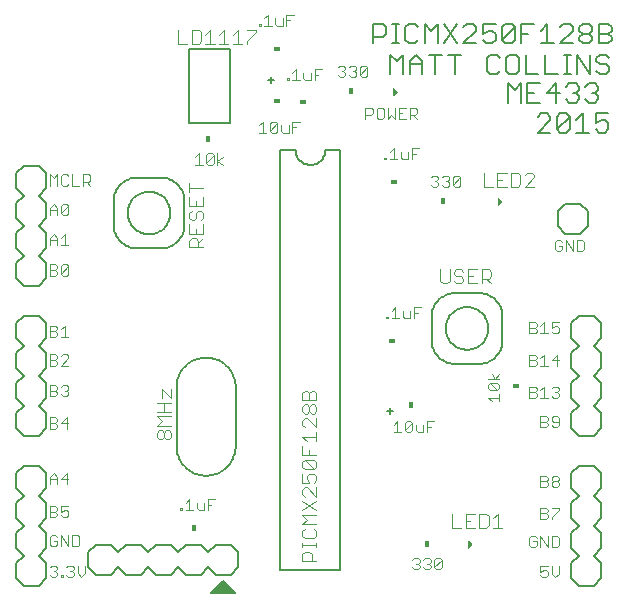
<source format=gto>
G75*
G70*
%OFA0B0*%
%FSLAX24Y24*%
%IPPOS*%
%LPD*%
%AMOC8*
5,1,8,0,0,1.08239X$1,22.5*
%
%ADD10C,0.0060*%
%ADD11C,0.0030*%
%ADD12C,0.0040*%
%ADD13C,0.0080*%
%ADD14C,0.0050*%
%ADD15R,0.0236X0.0157*%
%ADD16R,0.0157X0.0236*%
%ADD17C,0.0010*%
D10*
X009717Y001131D02*
X009717Y015081D01*
X009717Y015131D02*
X010217Y015131D01*
X010219Y015087D01*
X010225Y015044D01*
X010234Y015002D01*
X010247Y014960D01*
X010264Y014920D01*
X010284Y014881D01*
X010307Y014844D01*
X010334Y014810D01*
X010363Y014777D01*
X010396Y014748D01*
X010430Y014721D01*
X010467Y014698D01*
X010506Y014678D01*
X010546Y014661D01*
X010588Y014648D01*
X010630Y014639D01*
X010673Y014633D01*
X010717Y014631D01*
X010761Y014633D01*
X010804Y014639D01*
X010846Y014648D01*
X010888Y014661D01*
X010928Y014678D01*
X010967Y014698D01*
X011004Y014721D01*
X011038Y014748D01*
X011071Y014777D01*
X011100Y014810D01*
X011127Y014844D01*
X011150Y014881D01*
X011170Y014920D01*
X011187Y014960D01*
X011200Y015002D01*
X011209Y015044D01*
X011215Y015087D01*
X011217Y015131D01*
X011717Y015131D01*
X011717Y001131D01*
X009717Y001131D01*
X018287Y015711D02*
X018714Y016138D01*
X018714Y016245D01*
X018607Y016351D01*
X018394Y016351D01*
X018287Y016245D01*
X018379Y016711D02*
X017952Y016711D01*
X017952Y017351D01*
X018379Y017351D01*
X018316Y017671D02*
X017889Y017671D01*
X017889Y018311D01*
X017671Y018205D02*
X017564Y018311D01*
X017351Y018311D01*
X017244Y018205D01*
X017244Y017778D01*
X017351Y017671D01*
X017564Y017671D01*
X017671Y017778D01*
X017671Y018205D01*
X017748Y018681D02*
X017748Y019321D01*
X018175Y019321D01*
X018393Y019108D02*
X018606Y019321D01*
X018606Y018681D01*
X018393Y018681D02*
X018820Y018681D01*
X019038Y018681D02*
X019465Y019108D01*
X019465Y019215D01*
X019358Y019321D01*
X019144Y019321D01*
X019038Y019215D01*
X019682Y019215D02*
X019682Y019108D01*
X019789Y019001D01*
X020002Y019001D01*
X020109Y018894D01*
X020109Y018788D01*
X020002Y018681D01*
X019789Y018681D01*
X019682Y018788D01*
X019682Y018894D01*
X019789Y019001D01*
X020002Y019001D02*
X020109Y019108D01*
X020109Y019215D01*
X020002Y019321D01*
X019789Y019321D01*
X019682Y019215D01*
X019465Y018681D02*
X019038Y018681D01*
X019178Y018311D02*
X019391Y018311D01*
X019285Y018311D02*
X019285Y017671D01*
X019391Y017671D02*
X019178Y017671D01*
X018960Y017671D02*
X018533Y017671D01*
X018533Y018311D01*
X017962Y019001D02*
X017748Y019001D01*
X017531Y018788D02*
X017424Y018681D01*
X017211Y018681D01*
X017104Y018788D01*
X017531Y019215D01*
X017531Y018788D01*
X017531Y019215D02*
X017424Y019321D01*
X017211Y019321D01*
X017104Y019215D01*
X017104Y018788D01*
X016886Y018788D02*
X016886Y019001D01*
X016780Y019108D01*
X016673Y019108D01*
X016459Y019001D01*
X016459Y019321D01*
X016886Y019321D01*
X016886Y018788D02*
X016780Y018681D01*
X016566Y018681D01*
X016459Y018788D01*
X016242Y018681D02*
X015815Y018681D01*
X016242Y019108D01*
X016242Y019215D01*
X016135Y019321D01*
X015922Y019321D01*
X015815Y019215D01*
X015597Y019321D02*
X015170Y018681D01*
X014953Y018681D02*
X014953Y019321D01*
X014739Y019108D01*
X014526Y019321D01*
X014526Y018681D01*
X014308Y018788D02*
X014202Y018681D01*
X013988Y018681D01*
X013881Y018788D01*
X013881Y019215D01*
X013988Y019321D01*
X014202Y019321D01*
X014308Y019215D01*
X013665Y019321D02*
X013452Y019321D01*
X013558Y019321D02*
X013558Y018681D01*
X013452Y018681D02*
X013665Y018681D01*
X013804Y018311D02*
X013804Y017671D01*
X014022Y017671D02*
X014022Y018098D01*
X014235Y018311D01*
X014449Y018098D01*
X014449Y017671D01*
X014449Y017991D02*
X014022Y017991D01*
X013804Y018311D02*
X013591Y018098D01*
X013377Y018311D01*
X013377Y017671D01*
X012807Y018681D02*
X012807Y019321D01*
X013127Y019321D01*
X013234Y019215D01*
X013234Y019001D01*
X013127Y018894D01*
X012807Y018894D01*
X014666Y018311D02*
X015093Y018311D01*
X014880Y018311D02*
X014880Y017671D01*
X015524Y017671D02*
X015524Y018311D01*
X015311Y018311D02*
X015738Y018311D01*
X015597Y018681D02*
X015170Y019321D01*
X016600Y018205D02*
X016600Y017778D01*
X016706Y017671D01*
X016920Y017671D01*
X017027Y017778D01*
X017027Y018205D02*
X016920Y018311D01*
X016706Y018311D01*
X016600Y018205D01*
X017307Y017351D02*
X017521Y017138D01*
X017734Y017351D01*
X017734Y016711D01*
X017952Y017031D02*
X018165Y017031D01*
X018596Y017031D02*
X019023Y017031D01*
X019241Y016818D02*
X019347Y016711D01*
X019561Y016711D01*
X019668Y016818D01*
X019668Y016924D01*
X019561Y017031D01*
X019454Y017031D01*
X019561Y017031D02*
X019668Y017138D01*
X019668Y017245D01*
X019561Y017351D01*
X019347Y017351D01*
X019241Y017245D01*
X018916Y017351D02*
X018596Y017031D01*
X018916Y016711D02*
X018916Y017351D01*
X019608Y017671D02*
X019608Y018311D01*
X020035Y017671D01*
X020035Y018311D01*
X020252Y018205D02*
X020252Y018098D01*
X020359Y017991D01*
X020572Y017991D01*
X020679Y017884D01*
X020679Y017778D01*
X020572Y017671D01*
X020359Y017671D01*
X020252Y017778D01*
X020252Y018205D02*
X020359Y018311D01*
X020572Y018311D01*
X020679Y018205D01*
X020647Y018681D02*
X020327Y018681D01*
X020327Y019321D01*
X020647Y019321D01*
X020754Y019215D01*
X020754Y019108D01*
X020647Y019001D01*
X020327Y019001D01*
X020647Y019001D02*
X020754Y018894D01*
X020754Y018788D01*
X020647Y018681D01*
X020205Y017351D02*
X019992Y017351D01*
X019885Y017245D01*
X020099Y017031D02*
X020205Y017031D01*
X020312Y016924D01*
X020312Y016818D01*
X020205Y016711D01*
X019992Y016711D01*
X019885Y016818D01*
X020205Y017031D02*
X020312Y017138D01*
X020312Y017245D01*
X020205Y017351D01*
X020221Y016351D02*
X020221Y016031D01*
X020434Y016138D01*
X020541Y016138D01*
X020648Y016031D01*
X020648Y015818D01*
X020541Y015711D01*
X020327Y015711D01*
X020221Y015818D01*
X020003Y015711D02*
X019576Y015711D01*
X019790Y015711D02*
X019790Y016351D01*
X019576Y016138D01*
X019359Y016245D02*
X018932Y015818D01*
X019038Y015711D01*
X019252Y015711D01*
X019359Y015818D01*
X019359Y016245D01*
X019252Y016351D01*
X019038Y016351D01*
X018932Y016245D01*
X018932Y015818D01*
X018714Y015711D02*
X018287Y015711D01*
X017307Y016711D02*
X017307Y017351D01*
X020221Y016351D02*
X020648Y016351D01*
X008038Y016021D02*
X008038Y018481D01*
X006676Y018481D01*
X006676Y016021D01*
X008038Y016021D01*
D11*
X009002Y015953D02*
X009126Y016076D01*
X009126Y015706D01*
X009249Y015706D02*
X009002Y015706D01*
X009370Y015767D02*
X009617Y016014D01*
X009617Y015767D01*
X009556Y015706D01*
X009432Y015706D01*
X009370Y015767D01*
X009370Y016014D01*
X009432Y016076D01*
X009556Y016076D01*
X009617Y016014D01*
X009739Y015953D02*
X009739Y015767D01*
X009800Y015706D01*
X009986Y015706D01*
X009986Y015953D01*
X010107Y015891D02*
X010230Y015891D01*
X010107Y015706D02*
X010107Y016076D01*
X010354Y016076D01*
X010363Y017456D02*
X010116Y017456D01*
X009994Y017456D02*
X009994Y017517D01*
X009932Y017517D01*
X009932Y017456D01*
X009994Y017456D01*
X010240Y017456D02*
X010240Y017826D01*
X010116Y017703D01*
X010485Y017703D02*
X010485Y017517D01*
X010546Y017456D01*
X010731Y017456D01*
X010731Y017703D01*
X010853Y017641D02*
X010976Y017641D01*
X010853Y017456D02*
X010853Y017826D01*
X011100Y017826D01*
X011632Y017884D02*
X011694Y017946D01*
X011817Y017946D01*
X011879Y017884D01*
X011879Y017823D01*
X011817Y017761D01*
X011879Y017699D01*
X011879Y017637D01*
X011817Y017576D01*
X011694Y017576D01*
X011632Y017637D01*
X011756Y017761D02*
X011817Y017761D01*
X012000Y017884D02*
X012062Y017946D01*
X012186Y017946D01*
X012247Y017884D01*
X012247Y017823D01*
X012186Y017761D01*
X012247Y017699D01*
X012247Y017637D01*
X012186Y017576D01*
X012062Y017576D01*
X012000Y017637D01*
X012124Y017761D02*
X012186Y017761D01*
X012369Y017884D02*
X012369Y017637D01*
X012616Y017884D01*
X012616Y017637D01*
X012554Y017576D01*
X012430Y017576D01*
X012369Y017637D01*
X012369Y017884D02*
X012430Y017946D01*
X012554Y017946D01*
X012616Y017884D01*
X012552Y016546D02*
X012737Y016546D01*
X012799Y016484D01*
X012799Y016361D01*
X012737Y016299D01*
X012552Y016299D01*
X012552Y016176D02*
X012552Y016546D01*
X012920Y016484D02*
X012920Y016237D01*
X012982Y016176D01*
X013106Y016176D01*
X013167Y016237D01*
X013167Y016484D01*
X013106Y016546D01*
X012982Y016546D01*
X012920Y016484D01*
X013289Y016546D02*
X013289Y016176D01*
X013412Y016299D01*
X013536Y016176D01*
X013536Y016546D01*
X013657Y016546D02*
X013657Y016176D01*
X013904Y016176D01*
X014025Y016176D02*
X014025Y016546D01*
X014210Y016546D01*
X014272Y016484D01*
X014272Y016361D01*
X014210Y016299D01*
X014025Y016299D01*
X014149Y016299D02*
X014272Y016176D01*
X013904Y016546D02*
X013657Y016546D01*
X013657Y016361D02*
X013780Y016361D01*
X013490Y015186D02*
X013490Y014816D01*
X013613Y014816D02*
X013366Y014816D01*
X013244Y014816D02*
X013182Y014816D01*
X013182Y014877D01*
X013244Y014877D01*
X013244Y014816D01*
X013366Y015063D02*
X013490Y015186D01*
X013735Y015063D02*
X013735Y014877D01*
X013796Y014816D01*
X013981Y014816D01*
X013981Y015063D01*
X014103Y015001D02*
X014226Y015001D01*
X014103Y014816D02*
X014103Y015186D01*
X014350Y015186D01*
X014794Y014276D02*
X014732Y014214D01*
X014794Y014276D02*
X014917Y014276D01*
X014979Y014214D01*
X014979Y014153D01*
X014917Y014091D01*
X014979Y014029D01*
X014979Y013967D01*
X014917Y013906D01*
X014794Y013906D01*
X014732Y013967D01*
X014856Y014091D02*
X014917Y014091D01*
X015100Y014214D02*
X015162Y014276D01*
X015286Y014276D01*
X015347Y014214D01*
X015347Y014153D01*
X015286Y014091D01*
X015347Y014029D01*
X015347Y013967D01*
X015286Y013906D01*
X015162Y013906D01*
X015100Y013967D01*
X015224Y014091D02*
X015286Y014091D01*
X015469Y014214D02*
X015530Y014276D01*
X015654Y014276D01*
X015716Y014214D01*
X015469Y013967D01*
X015530Y013906D01*
X015654Y013906D01*
X015716Y013967D01*
X015716Y014214D01*
X015469Y014214D02*
X015469Y013967D01*
X018862Y012064D02*
X018862Y011817D01*
X018924Y011756D01*
X019047Y011756D01*
X019109Y011817D01*
X019109Y011941D01*
X018986Y011941D01*
X019109Y012064D02*
X019047Y012126D01*
X018924Y012126D01*
X018862Y012064D01*
X019230Y012126D02*
X019230Y011756D01*
X019477Y011756D02*
X019230Y012126D01*
X019477Y012126D02*
X019477Y011756D01*
X019599Y011756D02*
X019599Y012126D01*
X019784Y012126D01*
X019846Y012064D01*
X019846Y011817D01*
X019784Y011756D01*
X019599Y011756D01*
X019001Y009386D02*
X018754Y009386D01*
X018754Y009201D01*
X018877Y009263D01*
X018939Y009263D01*
X019001Y009201D01*
X019001Y009077D01*
X018939Y009016D01*
X018815Y009016D01*
X018754Y009077D01*
X018632Y009016D02*
X018385Y009016D01*
X018509Y009016D02*
X018509Y009386D01*
X018385Y009263D01*
X018264Y009263D02*
X018202Y009201D01*
X018017Y009201D01*
X018017Y009016D02*
X018017Y009386D01*
X018202Y009386D01*
X018264Y009324D01*
X018264Y009263D01*
X018202Y009201D02*
X018264Y009139D01*
X018264Y009077D01*
X018202Y009016D01*
X018017Y009016D01*
X018017Y008306D02*
X018202Y008306D01*
X018264Y008244D01*
X018264Y008183D01*
X018202Y008121D01*
X018017Y008121D01*
X018017Y007936D02*
X018017Y008306D01*
X018202Y008121D02*
X018264Y008059D01*
X018264Y007997D01*
X018202Y007936D01*
X018017Y007936D01*
X018385Y007936D02*
X018632Y007936D01*
X018509Y007936D02*
X018509Y008306D01*
X018385Y008183D01*
X018754Y008121D02*
X019001Y008121D01*
X018939Y007936D02*
X018939Y008306D01*
X018754Y008121D01*
X018815Y007246D02*
X018754Y007184D01*
X018815Y007246D02*
X018939Y007246D01*
X019001Y007184D01*
X019001Y007123D01*
X018939Y007061D01*
X019001Y006999D01*
X019001Y006937D01*
X018939Y006876D01*
X018815Y006876D01*
X018754Y006937D01*
X018632Y006876D02*
X018385Y006876D01*
X018509Y006876D02*
X018509Y007246D01*
X018385Y007123D01*
X018264Y007123D02*
X018264Y007184D01*
X018202Y007246D01*
X018017Y007246D01*
X018017Y006876D01*
X018202Y006876D01*
X018264Y006937D01*
X018264Y006999D01*
X018202Y007061D01*
X018017Y007061D01*
X018202Y007061D02*
X018264Y007123D01*
X018877Y007061D02*
X018939Y007061D01*
X018939Y006256D02*
X018815Y006256D01*
X018754Y006194D01*
X018754Y006133D01*
X018815Y006071D01*
X019001Y006071D01*
X019001Y006194D02*
X019001Y005947D01*
X018939Y005886D01*
X018815Y005886D01*
X018754Y005947D01*
X018632Y005947D02*
X018571Y005886D01*
X018385Y005886D01*
X018385Y006256D01*
X018571Y006256D01*
X018632Y006194D01*
X018632Y006133D01*
X018571Y006071D01*
X018385Y006071D01*
X018571Y006071D02*
X018632Y006009D01*
X018632Y005947D01*
X018939Y006256D02*
X019001Y006194D01*
X017002Y006756D02*
X017002Y007003D01*
X017002Y006879D02*
X016632Y006879D01*
X016755Y006756D01*
X016694Y007124D02*
X016632Y007186D01*
X016632Y007309D01*
X016694Y007371D01*
X016940Y007124D01*
X017002Y007186D01*
X017002Y007309D01*
X016940Y007371D01*
X016694Y007371D01*
X016632Y007492D02*
X017002Y007492D01*
X016879Y007492D02*
X016755Y007678D01*
X016879Y007492D02*
X017002Y007678D01*
X016940Y007124D02*
X016694Y007124D01*
X014844Y006096D02*
X014597Y006096D01*
X014597Y005726D01*
X014476Y005726D02*
X014476Y005973D01*
X014597Y005911D02*
X014720Y005911D01*
X014476Y005726D02*
X014290Y005726D01*
X014229Y005787D01*
X014229Y005973D01*
X014107Y006034D02*
X014107Y005787D01*
X014046Y005726D01*
X013922Y005726D01*
X013860Y005787D01*
X014107Y006034D01*
X014046Y006096D01*
X013922Y006096D01*
X013860Y006034D01*
X013860Y005787D01*
X013739Y005726D02*
X013492Y005726D01*
X013616Y005726D02*
X013616Y006096D01*
X013492Y005973D01*
X013550Y009516D02*
X013550Y009886D01*
X013426Y009763D01*
X013304Y009577D02*
X013304Y009516D01*
X013242Y009516D01*
X013242Y009577D01*
X013304Y009577D01*
X013426Y009516D02*
X013673Y009516D01*
X013795Y009577D02*
X013856Y009516D01*
X014041Y009516D01*
X014041Y009763D01*
X014163Y009701D02*
X014286Y009701D01*
X014163Y009516D02*
X014163Y009886D01*
X014410Y009886D01*
X013795Y009763D02*
X013795Y009577D01*
X018385Y004266D02*
X018571Y004266D01*
X018632Y004204D01*
X018632Y004143D01*
X018571Y004081D01*
X018385Y004081D01*
X018385Y003896D02*
X018385Y004266D01*
X018571Y004081D02*
X018632Y004019D01*
X018632Y003957D01*
X018571Y003896D01*
X018385Y003896D01*
X018754Y003957D02*
X018754Y004019D01*
X018815Y004081D01*
X018939Y004081D01*
X019001Y004019D01*
X019001Y003957D01*
X018939Y003896D01*
X018815Y003896D01*
X018754Y003957D01*
X018815Y004081D02*
X018754Y004143D01*
X018754Y004204D01*
X018815Y004266D01*
X018939Y004266D01*
X019001Y004204D01*
X019001Y004143D01*
X018939Y004081D01*
X019001Y003206D02*
X018754Y003206D01*
X018632Y003144D02*
X018632Y003083D01*
X018571Y003021D01*
X018385Y003021D01*
X018385Y002836D02*
X018385Y003206D01*
X018571Y003206D01*
X018632Y003144D01*
X018571Y003021D02*
X018632Y002959D01*
X018632Y002897D01*
X018571Y002836D01*
X018385Y002836D01*
X018754Y002836D02*
X018754Y002897D01*
X019001Y003144D01*
X019001Y003206D01*
X018939Y002266D02*
X018754Y002266D01*
X018754Y001896D01*
X018939Y001896D01*
X019001Y001957D01*
X019001Y002204D01*
X018939Y002266D01*
X018632Y002266D02*
X018632Y001896D01*
X018385Y002266D01*
X018385Y001896D01*
X018264Y001957D02*
X018264Y002081D01*
X018141Y002081D01*
X018264Y002204D02*
X018202Y002266D01*
X018079Y002266D01*
X018017Y002204D01*
X018017Y001957D01*
X018079Y001896D01*
X018202Y001896D01*
X018264Y001957D01*
X018385Y001256D02*
X018385Y001071D01*
X018509Y001133D01*
X018571Y001133D01*
X018632Y001071D01*
X018632Y000947D01*
X018571Y000886D01*
X018447Y000886D01*
X018385Y000947D01*
X018754Y001009D02*
X018877Y000886D01*
X019001Y001009D01*
X019001Y001256D01*
X018754Y001256D02*
X018754Y001009D01*
X018632Y001256D02*
X018385Y001256D01*
X015096Y001217D02*
X015034Y001156D01*
X014910Y001156D01*
X014849Y001217D01*
X015096Y001464D01*
X015096Y001217D01*
X014849Y001217D02*
X014849Y001464D01*
X014910Y001526D01*
X015034Y001526D01*
X015096Y001464D01*
X014727Y001464D02*
X014727Y001403D01*
X014666Y001341D01*
X014727Y001279D01*
X014727Y001217D01*
X014666Y001156D01*
X014542Y001156D01*
X014480Y001217D01*
X014359Y001217D02*
X014297Y001156D01*
X014174Y001156D01*
X014112Y001217D01*
X014236Y001341D02*
X014297Y001341D01*
X014359Y001279D01*
X014359Y001217D01*
X014297Y001341D02*
X014359Y001403D01*
X014359Y001464D01*
X014297Y001526D01*
X014174Y001526D01*
X014112Y001464D01*
X014480Y001464D02*
X014542Y001526D01*
X014666Y001526D01*
X014727Y001464D01*
X014666Y001341D02*
X014604Y001341D01*
X007540Y003496D02*
X007293Y003496D01*
X007293Y003126D01*
X007171Y003126D02*
X007171Y003373D01*
X007293Y003311D02*
X007416Y003311D01*
X007171Y003126D02*
X006986Y003126D01*
X006925Y003187D01*
X006925Y003373D01*
X006680Y003496D02*
X006680Y003126D01*
X006803Y003126D02*
X006556Y003126D01*
X006434Y003126D02*
X006434Y003187D01*
X006372Y003187D01*
X006372Y003126D01*
X006434Y003126D01*
X006556Y003373D02*
X006680Y003496D01*
X003200Y001276D02*
X003200Y001029D01*
X003076Y000906D01*
X002953Y001029D01*
X002953Y001276D01*
X002831Y001214D02*
X002831Y001153D01*
X002770Y001091D01*
X002831Y001029D01*
X002831Y000967D01*
X002770Y000906D01*
X002646Y000906D01*
X002585Y000967D01*
X002462Y000967D02*
X002462Y000906D01*
X002400Y000906D01*
X002400Y000967D01*
X002462Y000967D01*
X002279Y000967D02*
X002217Y000906D01*
X002094Y000906D01*
X002032Y000967D01*
X002156Y001091D02*
X002217Y001091D01*
X002279Y001029D01*
X002279Y000967D01*
X002217Y001091D02*
X002279Y001153D01*
X002279Y001214D01*
X002217Y001276D01*
X002094Y001276D01*
X002032Y001214D01*
X002585Y001214D02*
X002646Y001276D01*
X002770Y001276D01*
X002831Y001214D01*
X002770Y001091D02*
X002708Y001091D01*
X002647Y001916D02*
X002647Y002286D01*
X002769Y002286D02*
X002954Y002286D01*
X003016Y002224D01*
X003016Y001977D01*
X002954Y001916D01*
X002769Y001916D01*
X002769Y002286D01*
X002400Y002286D02*
X002400Y001916D01*
X002279Y001977D02*
X002279Y002101D01*
X002156Y002101D01*
X002279Y002224D02*
X002217Y002286D01*
X002094Y002286D01*
X002032Y002224D01*
X002032Y001977D01*
X002094Y001916D01*
X002217Y001916D01*
X002279Y001977D01*
X002400Y002286D02*
X002647Y001916D01*
X002586Y002886D02*
X002462Y002886D01*
X002400Y002947D01*
X002279Y002947D02*
X002217Y002886D01*
X002032Y002886D01*
X002032Y003256D01*
X002217Y003256D01*
X002279Y003194D01*
X002279Y003133D01*
X002217Y003071D01*
X002032Y003071D01*
X002217Y003071D02*
X002279Y003009D01*
X002279Y002947D01*
X002400Y003071D02*
X002524Y003133D01*
X002586Y003133D01*
X002647Y003071D01*
X002647Y002947D01*
X002586Y002886D01*
X002400Y003071D02*
X002400Y003256D01*
X002647Y003256D01*
X002586Y003986D02*
X002586Y004356D01*
X002400Y004171D01*
X002647Y004171D01*
X002279Y004171D02*
X002032Y004171D01*
X002032Y004233D02*
X002032Y003986D01*
X002032Y004233D02*
X002156Y004356D01*
X002279Y004233D01*
X002279Y003986D01*
X002217Y005846D02*
X002032Y005846D01*
X002032Y006216D01*
X002217Y006216D01*
X002279Y006154D01*
X002279Y006093D01*
X002217Y006031D01*
X002032Y006031D01*
X002217Y006031D02*
X002279Y005969D01*
X002279Y005907D01*
X002217Y005846D01*
X002400Y006031D02*
X002647Y006031D01*
X002586Y005846D02*
X002586Y006216D01*
X002400Y006031D01*
X002462Y006926D02*
X002400Y006987D01*
X002462Y006926D02*
X002586Y006926D01*
X002647Y006987D01*
X002647Y007049D01*
X002586Y007111D01*
X002524Y007111D01*
X002586Y007111D02*
X002647Y007173D01*
X002647Y007234D01*
X002586Y007296D01*
X002462Y007296D01*
X002400Y007234D01*
X002279Y007234D02*
X002279Y007173D01*
X002217Y007111D01*
X002032Y007111D01*
X002032Y006926D02*
X002032Y007296D01*
X002217Y007296D01*
X002279Y007234D01*
X002217Y007111D02*
X002279Y007049D01*
X002279Y006987D01*
X002217Y006926D01*
X002032Y006926D01*
X002032Y007946D02*
X002217Y007946D01*
X002279Y008007D01*
X002279Y008069D01*
X002217Y008131D01*
X002032Y008131D01*
X002032Y007946D02*
X002032Y008316D01*
X002217Y008316D01*
X002279Y008254D01*
X002279Y008193D01*
X002217Y008131D01*
X002400Y008254D02*
X002462Y008316D01*
X002586Y008316D01*
X002647Y008254D01*
X002647Y008193D01*
X002400Y007946D01*
X002647Y007946D01*
X002647Y008906D02*
X002400Y008906D01*
X002524Y008906D02*
X002524Y009276D01*
X002400Y009153D01*
X002279Y009153D02*
X002217Y009091D01*
X002032Y009091D01*
X002032Y008906D02*
X002032Y009276D01*
X002217Y009276D01*
X002279Y009214D01*
X002279Y009153D01*
X002217Y009091D02*
X002279Y009029D01*
X002279Y008967D01*
X002217Y008906D01*
X002032Y008906D01*
X002032Y010946D02*
X002217Y010946D01*
X002279Y011007D01*
X002279Y011069D01*
X002217Y011131D01*
X002032Y011131D01*
X002032Y010946D02*
X002032Y011316D01*
X002217Y011316D01*
X002279Y011254D01*
X002279Y011193D01*
X002217Y011131D01*
X002400Y011254D02*
X002462Y011316D01*
X002586Y011316D01*
X002647Y011254D01*
X002400Y011007D01*
X002462Y010946D01*
X002586Y010946D01*
X002647Y011007D01*
X002647Y011254D01*
X002400Y011254D02*
X002400Y011007D01*
X002400Y011956D02*
X002647Y011956D01*
X002524Y011956D02*
X002524Y012326D01*
X002400Y012203D01*
X002279Y012203D02*
X002279Y011956D01*
X002279Y012141D02*
X002032Y012141D01*
X002032Y012203D02*
X002156Y012326D01*
X002279Y012203D01*
X002032Y012203D02*
X002032Y011956D01*
X002032Y012956D02*
X002032Y013203D01*
X002156Y013326D01*
X002279Y013203D01*
X002279Y012956D01*
X002400Y013017D02*
X002647Y013264D01*
X002647Y013017D01*
X002586Y012956D01*
X002462Y012956D01*
X002400Y013017D01*
X002400Y013264D01*
X002462Y013326D01*
X002586Y013326D01*
X002647Y013264D01*
X002279Y013141D02*
X002032Y013141D01*
X002032Y013946D02*
X002032Y014316D01*
X002156Y014193D01*
X002279Y014316D01*
X002279Y013946D01*
X002400Y014007D02*
X002462Y013946D01*
X002586Y013946D01*
X002647Y014007D01*
X002769Y013946D02*
X002769Y014316D01*
X002647Y014254D02*
X002586Y014316D01*
X002462Y014316D01*
X002400Y014254D01*
X002400Y014007D01*
X002769Y013946D02*
X003016Y013946D01*
X003137Y013946D02*
X003137Y014316D01*
X003322Y014316D01*
X003384Y014254D01*
X003384Y014131D01*
X003322Y014069D01*
X003137Y014069D01*
X003260Y014069D02*
X003384Y013946D01*
X006872Y014646D02*
X007119Y014646D01*
X006996Y014646D02*
X006996Y015016D01*
X006872Y014893D01*
X007240Y014954D02*
X007240Y014707D01*
X007487Y014954D01*
X007487Y014707D01*
X007426Y014646D01*
X007302Y014646D01*
X007240Y014707D01*
X007609Y014646D02*
X007609Y015016D01*
X007487Y014954D02*
X007426Y015016D01*
X007302Y015016D01*
X007240Y014954D01*
X007609Y014769D02*
X007794Y014893D01*
X007609Y014769D02*
X007794Y014646D01*
X008992Y019276D02*
X009054Y019276D01*
X009054Y019337D01*
X008992Y019337D01*
X008992Y019276D01*
X009176Y019276D02*
X009423Y019276D01*
X009300Y019276D02*
X009300Y019646D01*
X009176Y019523D01*
X009545Y019523D02*
X009545Y019337D01*
X009606Y019276D01*
X009791Y019276D01*
X009791Y019523D01*
X009913Y019461D02*
X010036Y019461D01*
X009913Y019276D02*
X009913Y019646D01*
X010160Y019646D01*
D12*
X008906Y019131D02*
X008906Y019054D01*
X008599Y018747D01*
X008599Y018671D01*
X008445Y018671D02*
X008139Y018671D01*
X008292Y018671D02*
X008292Y019131D01*
X008139Y018978D01*
X007832Y019131D02*
X007832Y018671D01*
X007985Y018671D02*
X007678Y018671D01*
X007525Y018671D02*
X007218Y018671D01*
X007371Y018671D02*
X007371Y019131D01*
X007218Y018978D01*
X007064Y019054D02*
X007064Y018747D01*
X006988Y018671D01*
X006757Y018671D01*
X006757Y019131D01*
X006988Y019131D01*
X007064Y019054D01*
X006604Y018671D02*
X006297Y018671D01*
X006297Y019131D01*
X007678Y018978D02*
X007832Y019131D01*
X008599Y019131D02*
X008906Y019131D01*
X006677Y014029D02*
X006677Y013722D01*
X006677Y013569D02*
X006677Y013262D01*
X007137Y013262D01*
X007137Y013569D01*
X006907Y013415D02*
X006907Y013262D01*
X006984Y013108D02*
X006907Y013032D01*
X006907Y012878D01*
X006830Y012801D01*
X006753Y012801D01*
X006677Y012878D01*
X006677Y013032D01*
X006753Y013108D01*
X006984Y013108D02*
X007060Y013108D01*
X007137Y013032D01*
X007137Y012878D01*
X007060Y012801D01*
X007137Y012648D02*
X007137Y012341D01*
X006677Y012341D01*
X006677Y012648D01*
X006907Y012495D02*
X006907Y012341D01*
X006907Y012188D02*
X006984Y012111D01*
X006984Y011881D01*
X007137Y011881D02*
X006677Y011881D01*
X006677Y012111D01*
X006753Y012188D01*
X006907Y012188D01*
X006984Y012034D02*
X007137Y012188D01*
X007137Y013876D02*
X006677Y013876D01*
X006067Y007169D02*
X006067Y006862D01*
X005760Y007169D01*
X005760Y006862D01*
X005837Y006708D02*
X005837Y006401D01*
X006067Y006401D02*
X005607Y006401D01*
X005607Y006248D02*
X006067Y006248D01*
X006067Y005941D02*
X005607Y005941D01*
X005760Y006095D01*
X005607Y006248D01*
X005607Y006708D02*
X006067Y006708D01*
X005990Y005788D02*
X006067Y005711D01*
X006067Y005557D01*
X005990Y005481D01*
X005914Y005481D01*
X005837Y005557D01*
X005837Y005711D01*
X005914Y005788D01*
X005990Y005788D01*
X005837Y005711D02*
X005760Y005788D01*
X005683Y005788D01*
X005607Y005711D01*
X005607Y005557D01*
X005683Y005481D01*
X005760Y005481D01*
X005837Y005557D01*
X010447Y005574D02*
X010907Y005574D01*
X010907Y005421D02*
X010907Y005727D01*
X010907Y005881D02*
X010600Y006188D01*
X010523Y006188D01*
X010447Y006111D01*
X010447Y005958D01*
X010523Y005881D01*
X010447Y005574D02*
X010600Y005421D01*
X010447Y005267D02*
X010447Y004960D01*
X010907Y004960D01*
X010830Y004807D02*
X010907Y004730D01*
X010907Y004576D01*
X010830Y004500D01*
X010523Y004807D01*
X010830Y004807D01*
X010677Y004960D02*
X010677Y005114D01*
X010523Y004807D02*
X010447Y004730D01*
X010447Y004576D01*
X010523Y004500D01*
X010830Y004500D01*
X010830Y004346D02*
X010677Y004346D01*
X010600Y004270D01*
X010600Y004193D01*
X010677Y004039D01*
X010447Y004039D01*
X010447Y004346D01*
X010830Y004346D02*
X010907Y004270D01*
X010907Y004116D01*
X010830Y004039D01*
X010907Y003886D02*
X010907Y003579D01*
X010600Y003886D01*
X010523Y003886D01*
X010447Y003809D01*
X010447Y003656D01*
X010523Y003579D01*
X010447Y003426D02*
X010907Y003119D01*
X010907Y002965D02*
X010447Y002965D01*
X010600Y002812D01*
X010447Y002658D01*
X010907Y002658D01*
X010830Y002505D02*
X010907Y002428D01*
X010907Y002275D01*
X010830Y002198D01*
X010523Y002198D01*
X010447Y002275D01*
X010447Y002428D01*
X010523Y002505D01*
X010447Y002045D02*
X010447Y001891D01*
X010447Y001968D02*
X010907Y001968D01*
X010907Y001891D02*
X010907Y002045D01*
X010677Y001738D02*
X010523Y001738D01*
X010447Y001661D01*
X010447Y001431D01*
X010907Y001431D01*
X010754Y001431D02*
X010754Y001661D01*
X010677Y001738D01*
X010447Y003119D02*
X010907Y003426D01*
X010907Y005881D02*
X010907Y006188D01*
X010830Y006341D02*
X010754Y006341D01*
X010677Y006418D01*
X010677Y006571D01*
X010754Y006648D01*
X010830Y006648D01*
X010907Y006571D01*
X010907Y006418D01*
X010830Y006341D01*
X010677Y006418D02*
X010600Y006341D01*
X010523Y006341D01*
X010447Y006418D01*
X010447Y006571D01*
X010523Y006648D01*
X010600Y006648D01*
X010677Y006571D01*
X010677Y006802D02*
X010677Y007032D01*
X010754Y007108D01*
X010830Y007108D01*
X010907Y007032D01*
X010907Y006802D01*
X010447Y006802D01*
X010447Y007032D01*
X010523Y007108D01*
X010600Y007108D01*
X010677Y007032D01*
X015047Y010767D02*
X015124Y010691D01*
X015277Y010691D01*
X015354Y010767D01*
X015354Y011151D01*
X015507Y011074D02*
X015507Y010998D01*
X015584Y010921D01*
X015738Y010921D01*
X015814Y010844D01*
X015814Y010767D01*
X015738Y010691D01*
X015584Y010691D01*
X015507Y010767D01*
X015507Y011074D02*
X015584Y011151D01*
X015738Y011151D01*
X015814Y011074D01*
X015968Y011151D02*
X015968Y010691D01*
X016275Y010691D01*
X016428Y010691D02*
X016428Y011151D01*
X016658Y011151D01*
X016735Y011074D01*
X016735Y010921D01*
X016658Y010844D01*
X016428Y010844D01*
X016582Y010844D02*
X016735Y010691D01*
X016275Y011151D02*
X015968Y011151D01*
X015968Y010921D02*
X016121Y010921D01*
X015047Y010767D02*
X015047Y011151D01*
X016487Y013911D02*
X016794Y013911D01*
X016947Y013911D02*
X017254Y013911D01*
X017408Y013911D02*
X017638Y013911D01*
X017715Y013987D01*
X017715Y014294D01*
X017638Y014371D01*
X017408Y014371D01*
X017408Y013911D01*
X017101Y014141D02*
X016947Y014141D01*
X016947Y014371D02*
X016947Y013911D01*
X016487Y013911D02*
X016487Y014371D01*
X016947Y014371D02*
X017254Y014371D01*
X017868Y014294D02*
X017945Y014371D01*
X018098Y014371D01*
X018175Y014294D01*
X018175Y014218D01*
X017868Y013911D01*
X018175Y013911D01*
X016962Y003001D02*
X016962Y002541D01*
X017115Y002541D02*
X016808Y002541D01*
X016655Y002617D02*
X016655Y002924D01*
X016578Y003001D01*
X016348Y003001D01*
X016348Y002541D01*
X016578Y002541D01*
X016655Y002617D01*
X016808Y002848D02*
X016962Y003001D01*
X016194Y003001D02*
X015887Y003001D01*
X015887Y002541D01*
X016194Y002541D01*
X016041Y002771D02*
X015887Y002771D01*
X015734Y002541D02*
X015427Y002541D01*
X015427Y003001D01*
D13*
X000907Y001351D02*
X000907Y000851D01*
X001157Y000601D01*
X001657Y000601D01*
X001907Y000851D01*
X001907Y001351D01*
X001657Y001601D01*
X001907Y001851D01*
X001907Y002351D01*
X001657Y002601D01*
X001907Y002851D01*
X001907Y003351D01*
X001657Y003601D01*
X001907Y003851D01*
X001907Y004351D01*
X001657Y004601D01*
X001157Y004601D01*
X000907Y004351D01*
X000907Y003851D01*
X001157Y003601D01*
X000907Y003351D01*
X000907Y002851D01*
X001157Y002601D01*
X000907Y002351D01*
X000907Y001851D01*
X001157Y001601D01*
X000907Y001351D01*
X003317Y001221D02*
X003317Y001721D01*
X003567Y001971D01*
X004067Y001971D01*
X004317Y001721D01*
X004567Y001971D01*
X005067Y001971D01*
X005317Y001721D01*
X005567Y001971D01*
X006067Y001971D01*
X006317Y001721D01*
X006567Y001971D01*
X007067Y001971D01*
X007317Y001721D01*
X007567Y001971D01*
X008067Y001971D01*
X008317Y001721D01*
X008317Y001221D01*
X008067Y000971D01*
X007567Y000971D01*
X007317Y001221D01*
X007067Y000971D01*
X006567Y000971D01*
X006317Y001221D01*
X006067Y000971D01*
X005567Y000971D01*
X005317Y001221D01*
X005067Y000971D01*
X004567Y000971D01*
X004317Y001221D01*
X004067Y000971D01*
X003567Y000971D01*
X003317Y001221D01*
X001657Y005601D02*
X001157Y005601D01*
X000907Y005851D01*
X000907Y006351D01*
X001157Y006601D01*
X000907Y006851D01*
X000907Y007351D01*
X001157Y007601D01*
X000907Y007851D01*
X000907Y008351D01*
X001157Y008601D01*
X000907Y008851D01*
X000907Y009351D01*
X001157Y009601D01*
X001657Y009601D01*
X001907Y009351D01*
X001907Y008851D01*
X001657Y008601D01*
X001907Y008351D01*
X001907Y007851D01*
X001657Y007601D01*
X001907Y007351D01*
X001907Y006851D01*
X001657Y006601D01*
X001907Y006351D01*
X001907Y005851D01*
X001657Y005601D01*
X001657Y010601D02*
X001157Y010601D01*
X000907Y010851D01*
X000907Y011351D01*
X001157Y011601D01*
X000907Y011851D01*
X000907Y012351D01*
X001157Y012601D01*
X000907Y012851D01*
X000907Y013351D01*
X001157Y013601D01*
X000907Y013851D01*
X000907Y014351D01*
X001157Y014601D01*
X001657Y014601D01*
X001907Y014351D01*
X001907Y013851D01*
X001657Y013601D01*
X001907Y013351D01*
X001907Y012851D01*
X001657Y012601D01*
X001907Y012351D01*
X001907Y011851D01*
X001657Y011601D01*
X001907Y011351D01*
X001907Y010851D01*
X001657Y010601D01*
X018967Y012591D02*
X019217Y012341D01*
X019717Y012341D01*
X019967Y012591D01*
X019967Y013091D01*
X019717Y013341D01*
X019217Y013341D01*
X018967Y013091D01*
X018967Y012591D01*
X019657Y009601D02*
X019407Y009351D01*
X019407Y008851D01*
X019657Y008601D01*
X019407Y008351D01*
X019407Y007851D01*
X019657Y007601D01*
X019407Y007351D01*
X019407Y006851D01*
X019657Y006601D01*
X019407Y006351D01*
X019407Y005851D01*
X019657Y005601D01*
X020157Y005601D01*
X020407Y005851D01*
X020407Y006351D01*
X020157Y006601D01*
X020407Y006851D01*
X020407Y007351D01*
X020157Y007601D01*
X020407Y007851D01*
X020407Y008351D01*
X020157Y008601D01*
X020407Y008851D01*
X020407Y009351D01*
X020157Y009601D01*
X019657Y009601D01*
X019657Y004601D02*
X019407Y004351D01*
X019407Y003851D01*
X019657Y003601D01*
X019407Y003351D01*
X019407Y002851D01*
X019657Y002601D01*
X019407Y002351D01*
X019407Y001851D01*
X019657Y001601D01*
X019407Y001351D01*
X019407Y000851D01*
X019657Y000601D01*
X020157Y000601D01*
X020407Y000851D01*
X020407Y001351D01*
X020157Y001601D01*
X020407Y001851D01*
X020407Y002351D01*
X020157Y002601D01*
X020407Y002851D01*
X020407Y003351D01*
X020157Y003601D01*
X020407Y003851D01*
X020407Y004351D01*
X020157Y004601D01*
X019657Y004601D01*
D14*
X016331Y008000D02*
X015543Y008000D01*
X015489Y008002D01*
X015436Y008007D01*
X015383Y008016D01*
X015331Y008029D01*
X015279Y008045D01*
X015229Y008065D01*
X015181Y008088D01*
X015134Y008115D01*
X015089Y008144D01*
X015046Y008177D01*
X015006Y008212D01*
X014968Y008250D01*
X014933Y008290D01*
X014900Y008333D01*
X014871Y008378D01*
X014844Y008425D01*
X014821Y008473D01*
X014801Y008523D01*
X014785Y008575D01*
X014772Y008627D01*
X014763Y008680D01*
X014758Y008733D01*
X014756Y008787D01*
X014756Y009574D01*
X014758Y009628D01*
X014763Y009681D01*
X014772Y009734D01*
X014785Y009786D01*
X014801Y009838D01*
X014821Y009888D01*
X014844Y009936D01*
X014871Y009983D01*
X014900Y010028D01*
X014933Y010071D01*
X014968Y010111D01*
X015006Y010149D01*
X015046Y010184D01*
X015089Y010217D01*
X015134Y010246D01*
X015181Y010273D01*
X015229Y010296D01*
X015279Y010316D01*
X015331Y010332D01*
X015383Y010345D01*
X015436Y010354D01*
X015489Y010359D01*
X015543Y010361D01*
X015543Y010362D02*
X016331Y010362D01*
X016331Y010361D02*
X016385Y010359D01*
X016438Y010354D01*
X016491Y010345D01*
X016543Y010332D01*
X016595Y010316D01*
X016645Y010296D01*
X016693Y010273D01*
X016740Y010246D01*
X016785Y010217D01*
X016828Y010184D01*
X016868Y010149D01*
X016906Y010111D01*
X016941Y010071D01*
X016974Y010028D01*
X017003Y009983D01*
X017030Y009936D01*
X017053Y009888D01*
X017073Y009838D01*
X017089Y009786D01*
X017102Y009734D01*
X017111Y009681D01*
X017116Y009628D01*
X017118Y009574D01*
X017118Y008787D01*
X017116Y008733D01*
X017111Y008680D01*
X017102Y008627D01*
X017089Y008575D01*
X017073Y008523D01*
X017053Y008473D01*
X017030Y008425D01*
X017003Y008378D01*
X016974Y008333D01*
X016941Y008290D01*
X016906Y008250D01*
X016868Y008212D01*
X016828Y008177D01*
X016785Y008144D01*
X016740Y008115D01*
X016693Y008088D01*
X016645Y008065D01*
X016595Y008045D01*
X016543Y008029D01*
X016491Y008016D01*
X016438Y008007D01*
X016385Y008002D01*
X016331Y008000D01*
X015228Y009181D02*
X015230Y009234D01*
X015236Y009287D01*
X015246Y009339D01*
X015259Y009390D01*
X015277Y009440D01*
X015298Y009489D01*
X015323Y009536D01*
X015351Y009580D01*
X015383Y009623D01*
X015417Y009663D01*
X015455Y009701D01*
X015495Y009735D01*
X015538Y009767D01*
X015583Y009795D01*
X015629Y009820D01*
X015678Y009841D01*
X015728Y009859D01*
X015779Y009872D01*
X015831Y009882D01*
X015884Y009888D01*
X015937Y009890D01*
X015990Y009888D01*
X016043Y009882D01*
X016095Y009872D01*
X016146Y009859D01*
X016196Y009841D01*
X016245Y009820D01*
X016292Y009795D01*
X016336Y009767D01*
X016379Y009735D01*
X016419Y009701D01*
X016457Y009663D01*
X016491Y009623D01*
X016523Y009580D01*
X016551Y009535D01*
X016576Y009489D01*
X016597Y009440D01*
X016615Y009390D01*
X016628Y009339D01*
X016638Y009287D01*
X016644Y009234D01*
X016646Y009181D01*
X016644Y009128D01*
X016638Y009075D01*
X016628Y009023D01*
X016615Y008972D01*
X016597Y008922D01*
X016576Y008873D01*
X016551Y008826D01*
X016523Y008782D01*
X016491Y008739D01*
X016457Y008699D01*
X016419Y008661D01*
X016379Y008627D01*
X016336Y008595D01*
X016291Y008567D01*
X016245Y008542D01*
X016196Y008521D01*
X016146Y008503D01*
X016095Y008490D01*
X016043Y008480D01*
X015990Y008474D01*
X015937Y008472D01*
X015884Y008474D01*
X015831Y008480D01*
X015779Y008490D01*
X015728Y008503D01*
X015678Y008521D01*
X015629Y008542D01*
X015582Y008567D01*
X015538Y008595D01*
X015495Y008627D01*
X015455Y008661D01*
X015417Y008699D01*
X015383Y008739D01*
X015351Y008782D01*
X015323Y008827D01*
X015298Y008873D01*
X015277Y008922D01*
X015259Y008972D01*
X015246Y009023D01*
X015236Y009075D01*
X015230Y009128D01*
X015228Y009181D01*
X013357Y006531D02*
X013357Y006331D01*
X013457Y006431D02*
X013257Y006431D01*
X008221Y007225D02*
X008221Y005257D01*
X008219Y005195D01*
X008213Y005134D01*
X008204Y005073D01*
X008190Y005012D01*
X008173Y004953D01*
X008152Y004895D01*
X008127Y004838D01*
X008099Y004783D01*
X008068Y004730D01*
X008033Y004679D01*
X007995Y004630D01*
X007954Y004583D01*
X007911Y004540D01*
X007864Y004499D01*
X007815Y004461D01*
X007764Y004426D01*
X007711Y004395D01*
X007656Y004367D01*
X007599Y004342D01*
X007541Y004321D01*
X007482Y004304D01*
X007421Y004290D01*
X007360Y004281D01*
X007299Y004275D01*
X007237Y004273D01*
X007175Y004275D01*
X007114Y004281D01*
X007053Y004290D01*
X006992Y004304D01*
X006933Y004321D01*
X006875Y004342D01*
X006818Y004367D01*
X006763Y004395D01*
X006710Y004426D01*
X006659Y004461D01*
X006610Y004499D01*
X006563Y004540D01*
X006520Y004583D01*
X006479Y004630D01*
X006441Y004679D01*
X006406Y004730D01*
X006375Y004783D01*
X006347Y004838D01*
X006322Y004895D01*
X006301Y004953D01*
X006284Y005012D01*
X006270Y005073D01*
X006261Y005134D01*
X006255Y005195D01*
X006253Y005257D01*
X006253Y007225D01*
X006255Y007287D01*
X006261Y007348D01*
X006270Y007409D01*
X006284Y007470D01*
X006301Y007529D01*
X006322Y007587D01*
X006347Y007644D01*
X006375Y007699D01*
X006406Y007752D01*
X006441Y007803D01*
X006479Y007852D01*
X006520Y007899D01*
X006563Y007942D01*
X006610Y007983D01*
X006659Y008021D01*
X006710Y008056D01*
X006763Y008087D01*
X006818Y008115D01*
X006875Y008140D01*
X006933Y008161D01*
X006992Y008178D01*
X007053Y008192D01*
X007114Y008201D01*
X007175Y008207D01*
X007237Y008209D01*
X007299Y008207D01*
X007360Y008201D01*
X007421Y008192D01*
X007482Y008178D01*
X007541Y008161D01*
X007599Y008140D01*
X007656Y008115D01*
X007711Y008087D01*
X007764Y008056D01*
X007815Y008021D01*
X007864Y007983D01*
X007911Y007942D01*
X007954Y007899D01*
X007995Y007852D01*
X008033Y007803D01*
X008068Y007752D01*
X008099Y007699D01*
X008127Y007644D01*
X008152Y007587D01*
X008173Y007529D01*
X008190Y007470D01*
X008204Y007409D01*
X008213Y007348D01*
X008219Y007287D01*
X008221Y007225D01*
X005731Y011850D02*
X004943Y011850D01*
X004889Y011852D01*
X004836Y011857D01*
X004783Y011866D01*
X004731Y011879D01*
X004679Y011895D01*
X004629Y011915D01*
X004581Y011938D01*
X004534Y011965D01*
X004489Y011994D01*
X004446Y012027D01*
X004406Y012062D01*
X004368Y012100D01*
X004333Y012140D01*
X004300Y012183D01*
X004271Y012228D01*
X004244Y012275D01*
X004221Y012323D01*
X004201Y012373D01*
X004185Y012425D01*
X004172Y012477D01*
X004163Y012530D01*
X004158Y012583D01*
X004156Y012637D01*
X004156Y013424D01*
X004158Y013478D01*
X004163Y013531D01*
X004172Y013584D01*
X004185Y013636D01*
X004201Y013688D01*
X004221Y013738D01*
X004244Y013786D01*
X004271Y013833D01*
X004300Y013878D01*
X004333Y013921D01*
X004368Y013961D01*
X004406Y013999D01*
X004446Y014034D01*
X004489Y014067D01*
X004534Y014096D01*
X004581Y014123D01*
X004629Y014146D01*
X004679Y014166D01*
X004731Y014182D01*
X004783Y014195D01*
X004836Y014204D01*
X004889Y014209D01*
X004943Y014211D01*
X004943Y014212D02*
X005731Y014212D01*
X005731Y014211D02*
X005785Y014209D01*
X005838Y014204D01*
X005891Y014195D01*
X005943Y014182D01*
X005995Y014166D01*
X006045Y014146D01*
X006093Y014123D01*
X006140Y014096D01*
X006185Y014067D01*
X006228Y014034D01*
X006268Y013999D01*
X006306Y013961D01*
X006341Y013921D01*
X006374Y013878D01*
X006403Y013833D01*
X006430Y013786D01*
X006453Y013738D01*
X006473Y013688D01*
X006489Y013636D01*
X006502Y013584D01*
X006511Y013531D01*
X006516Y013478D01*
X006518Y013424D01*
X006518Y012637D01*
X006516Y012583D01*
X006511Y012530D01*
X006502Y012477D01*
X006489Y012425D01*
X006473Y012373D01*
X006453Y012323D01*
X006430Y012275D01*
X006403Y012228D01*
X006374Y012183D01*
X006341Y012140D01*
X006306Y012100D01*
X006268Y012062D01*
X006228Y012027D01*
X006185Y011994D01*
X006140Y011965D01*
X006093Y011938D01*
X006045Y011915D01*
X005995Y011895D01*
X005943Y011879D01*
X005891Y011866D01*
X005838Y011857D01*
X005785Y011852D01*
X005731Y011850D01*
X004628Y013031D02*
X004630Y013084D01*
X004636Y013137D01*
X004646Y013189D01*
X004659Y013240D01*
X004677Y013290D01*
X004698Y013339D01*
X004723Y013386D01*
X004751Y013430D01*
X004783Y013473D01*
X004817Y013513D01*
X004855Y013551D01*
X004895Y013585D01*
X004938Y013617D01*
X004983Y013645D01*
X005029Y013670D01*
X005078Y013691D01*
X005128Y013709D01*
X005179Y013722D01*
X005231Y013732D01*
X005284Y013738D01*
X005337Y013740D01*
X005390Y013738D01*
X005443Y013732D01*
X005495Y013722D01*
X005546Y013709D01*
X005596Y013691D01*
X005645Y013670D01*
X005692Y013645D01*
X005736Y013617D01*
X005779Y013585D01*
X005819Y013551D01*
X005857Y013513D01*
X005891Y013473D01*
X005923Y013430D01*
X005951Y013385D01*
X005976Y013339D01*
X005997Y013290D01*
X006015Y013240D01*
X006028Y013189D01*
X006038Y013137D01*
X006044Y013084D01*
X006046Y013031D01*
X006044Y012978D01*
X006038Y012925D01*
X006028Y012873D01*
X006015Y012822D01*
X005997Y012772D01*
X005976Y012723D01*
X005951Y012676D01*
X005923Y012632D01*
X005891Y012589D01*
X005857Y012549D01*
X005819Y012511D01*
X005779Y012477D01*
X005736Y012445D01*
X005691Y012417D01*
X005645Y012392D01*
X005596Y012371D01*
X005546Y012353D01*
X005495Y012340D01*
X005443Y012330D01*
X005390Y012324D01*
X005337Y012322D01*
X005284Y012324D01*
X005231Y012330D01*
X005179Y012340D01*
X005128Y012353D01*
X005078Y012371D01*
X005029Y012392D01*
X004982Y012417D01*
X004938Y012445D01*
X004895Y012477D01*
X004855Y012511D01*
X004817Y012549D01*
X004783Y012589D01*
X004751Y012632D01*
X004723Y012677D01*
X004698Y012723D01*
X004677Y012772D01*
X004659Y012822D01*
X004646Y012873D01*
X004636Y012925D01*
X004630Y012978D01*
X004628Y013031D01*
X009307Y017451D02*
X009507Y017451D01*
X009407Y017351D02*
X009407Y017551D01*
X007817Y000771D02*
X007417Y000371D01*
X008217Y000371D01*
X007817Y000771D01*
X007778Y000732D02*
X007856Y000732D01*
X007905Y000683D02*
X007730Y000683D01*
X007681Y000635D02*
X007953Y000635D01*
X008002Y000586D02*
X007633Y000586D01*
X007584Y000538D02*
X008050Y000538D01*
X008099Y000489D02*
X007535Y000489D01*
X007487Y000441D02*
X008147Y000441D01*
X008196Y000392D02*
X007438Y000392D01*
D15*
X013447Y008771D03*
X017567Y007251D03*
X013487Y014071D03*
X010457Y016741D03*
X009607Y016751D03*
X009607Y018491D03*
D16*
X012067Y017081D03*
X015137Y013431D03*
X014057Y006631D03*
X014607Y001991D03*
X006837Y002521D03*
X007307Y015491D03*
D17*
X013477Y016951D02*
X013587Y017071D01*
X013477Y017191D01*
X013477Y016951D01*
X013477Y016957D02*
X013483Y016957D01*
X013477Y016965D02*
X013490Y016965D01*
X013498Y016974D02*
X013477Y016974D01*
X013477Y016982D02*
X013506Y016982D01*
X013514Y016991D02*
X013477Y016991D01*
X013477Y016999D02*
X013522Y016999D01*
X013529Y017008D02*
X013477Y017008D01*
X013477Y017017D02*
X013537Y017017D01*
X013545Y017025D02*
X013477Y017025D01*
X013477Y017034D02*
X013553Y017034D01*
X013561Y017042D02*
X013477Y017042D01*
X013477Y017051D02*
X013569Y017051D01*
X013576Y017059D02*
X013477Y017059D01*
X013477Y017068D02*
X013584Y017068D01*
X013582Y017076D02*
X013477Y017076D01*
X013477Y017085D02*
X013574Y017085D01*
X013566Y017093D02*
X013477Y017093D01*
X013477Y017102D02*
X013559Y017102D01*
X013551Y017111D02*
X013477Y017111D01*
X013477Y017119D02*
X013543Y017119D01*
X013535Y017128D02*
X013477Y017128D01*
X013477Y017136D02*
X013527Y017136D01*
X013519Y017145D02*
X013477Y017145D01*
X013477Y017153D02*
X013512Y017153D01*
X013504Y017162D02*
X013477Y017162D01*
X013477Y017170D02*
X013496Y017170D01*
X013488Y017179D02*
X013477Y017179D01*
X013477Y017187D02*
X013480Y017187D01*
X016957Y013541D02*
X017067Y013421D01*
X016957Y013301D01*
X016957Y013541D01*
X016957Y013539D02*
X016958Y013539D01*
X016957Y013531D02*
X016966Y013531D01*
X016957Y013522D02*
X016974Y013522D01*
X016982Y013514D02*
X016957Y013514D01*
X016957Y013505D02*
X016990Y013505D01*
X016998Y013497D02*
X016957Y013497D01*
X016957Y013488D02*
X017005Y013488D01*
X017013Y013480D02*
X016957Y013480D01*
X016957Y013471D02*
X017021Y013471D01*
X017029Y013463D02*
X016957Y013463D01*
X016957Y013454D02*
X017037Y013454D01*
X017045Y013445D02*
X016957Y013445D01*
X016957Y013437D02*
X017052Y013437D01*
X017060Y013428D02*
X016957Y013428D01*
X016957Y013420D02*
X017066Y013420D01*
X017058Y013411D02*
X016957Y013411D01*
X016957Y013403D02*
X017051Y013403D01*
X017043Y013394D02*
X016957Y013394D01*
X016957Y013386D02*
X017035Y013386D01*
X017027Y013377D02*
X016957Y013377D01*
X016957Y013369D02*
X017019Y013369D01*
X017011Y013360D02*
X016957Y013360D01*
X016957Y013351D02*
X017004Y013351D01*
X016996Y013343D02*
X016957Y013343D01*
X016957Y013334D02*
X016988Y013334D01*
X016980Y013326D02*
X016957Y013326D01*
X016957Y013317D02*
X016972Y013317D01*
X016964Y013309D02*
X016957Y013309D01*
X015967Y002111D02*
X016077Y001991D01*
X015967Y001871D01*
X015967Y002111D01*
X015967Y002108D02*
X015969Y002108D01*
X015967Y002100D02*
X015977Y002100D01*
X015985Y002091D02*
X015967Y002091D01*
X015967Y002083D02*
X015993Y002083D01*
X016001Y002074D02*
X015967Y002074D01*
X015967Y002066D02*
X016008Y002066D01*
X016016Y002057D02*
X015967Y002057D01*
X015967Y002049D02*
X016024Y002049D01*
X016032Y002040D02*
X015967Y002040D01*
X015967Y002032D02*
X016040Y002032D01*
X016048Y002023D02*
X015967Y002023D01*
X015967Y002014D02*
X016055Y002014D01*
X016063Y002006D02*
X015967Y002006D01*
X015967Y001997D02*
X016071Y001997D01*
X016075Y001989D02*
X015967Y001989D01*
X015967Y001980D02*
X016067Y001980D01*
X016060Y001972D02*
X015967Y001972D01*
X015967Y001963D02*
X016052Y001963D01*
X016044Y001955D02*
X015967Y001955D01*
X015967Y001946D02*
X016036Y001946D01*
X016028Y001938D02*
X015967Y001938D01*
X015967Y001929D02*
X016020Y001929D01*
X016013Y001921D02*
X015967Y001921D01*
X015967Y001912D02*
X016005Y001912D01*
X015997Y001903D02*
X015967Y001903D01*
X015967Y001895D02*
X015989Y001895D01*
X015981Y001886D02*
X015967Y001886D01*
X015967Y001878D02*
X015974Y001878D01*
M02*

</source>
